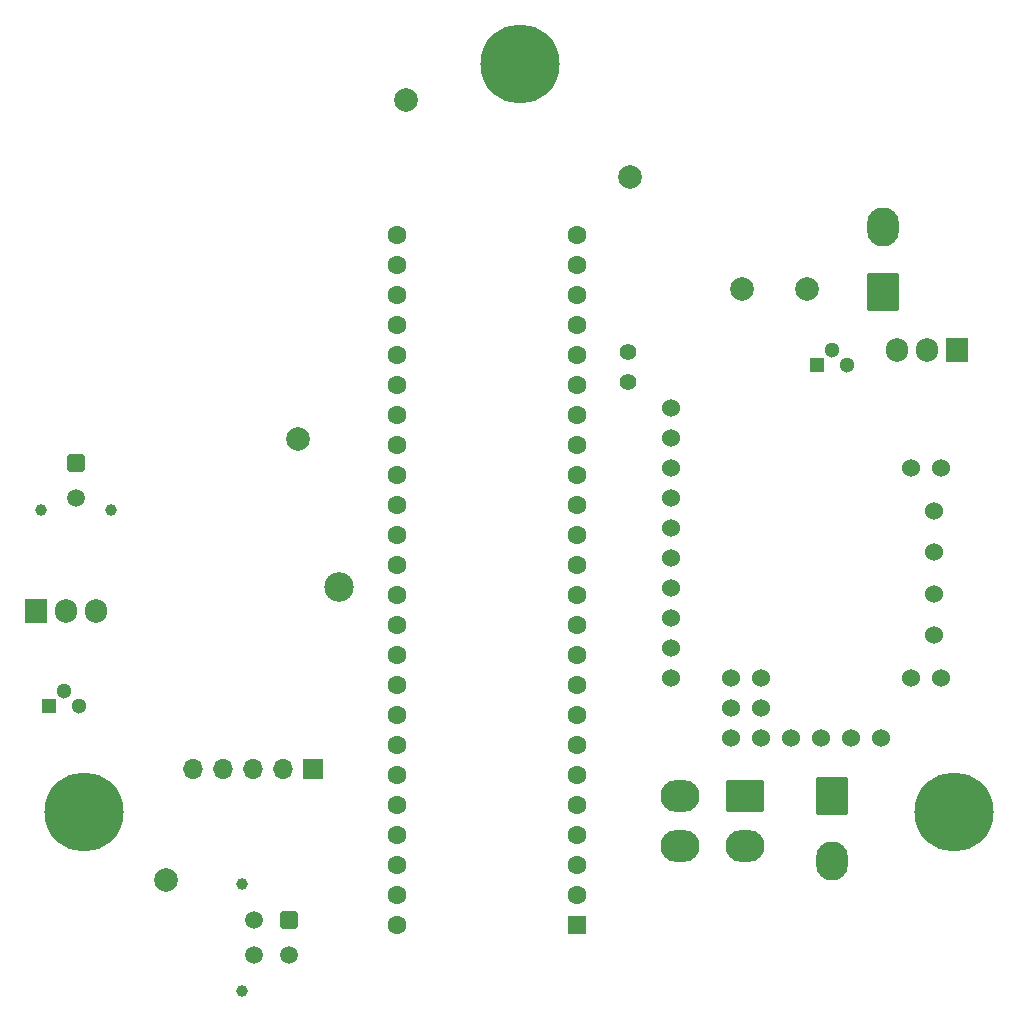
<source format=gbr>
%TF.GenerationSoftware,KiCad,Pcbnew,7.0.6*%
%TF.CreationDate,2024-04-16T16:57:35+10:00*%
%TF.ProjectId,Rocketry_Payload_Main_DDR_Spec_V2,526f636b-6574-4727-995f-5061796c6f61,rev?*%
%TF.SameCoordinates,Original*%
%TF.FileFunction,Soldermask,Bot*%
%TF.FilePolarity,Negative*%
%FSLAX46Y46*%
G04 Gerber Fmt 4.6, Leading zero omitted, Abs format (unit mm)*
G04 Created by KiCad (PCBNEW 7.0.6) date 2024-04-16 16:57:35*
%MOMM*%
%LPD*%
G01*
G04 APERTURE LIST*
G04 Aperture macros list*
%AMRoundRect*
0 Rectangle with rounded corners*
0 $1 Rounding radius*
0 $2 $3 $4 $5 $6 $7 $8 $9 X,Y pos of 4 corners*
0 Add a 4 corners polygon primitive as box body*
4,1,4,$2,$3,$4,$5,$6,$7,$8,$9,$2,$3,0*
0 Add four circle primitives for the rounded corners*
1,1,$1+$1,$2,$3*
1,1,$1+$1,$4,$5*
1,1,$1+$1,$6,$7*
1,1,$1+$1,$8,$9*
0 Add four rect primitives between the rounded corners*
20,1,$1+$1,$2,$3,$4,$5,0*
20,1,$1+$1,$4,$5,$6,$7,0*
20,1,$1+$1,$6,$7,$8,$9,0*
20,1,$1+$1,$8,$9,$2,$3,0*%
G04 Aperture macros list end*
%ADD10C,2.000000*%
%ADD11C,6.700000*%
%ADD12RoundRect,0.250001X-1.399999X1.099999X-1.399999X-1.099999X1.399999X-1.099999X1.399999X1.099999X0*%
%ADD13O,3.300000X2.700000*%
%ADD14C,1.000000*%
%ADD15RoundRect,0.250001X-0.499999X-0.499999X0.499999X-0.499999X0.499999X0.499999X-0.499999X0.499999X0*%
%ADD16C,1.500000*%
%ADD17C,1.400000*%
%ADD18RoundRect,0.250001X-0.499999X0.499999X-0.499999X-0.499999X0.499999X-0.499999X0.499999X0.499999X0*%
%ADD19R,1.300000X1.300000*%
%ADD20C,1.300000*%
%ADD21R,1.600000X1.600000*%
%ADD22C,1.600000*%
%ADD23RoundRect,0.250001X1.099999X1.399999X-1.099999X1.399999X-1.099999X-1.399999X1.099999X-1.399999X0*%
%ADD24O,2.700000X3.300000*%
%ADD25C,2.500000*%
%ADD26RoundRect,0.250001X-1.099999X-1.399999X1.099999X-1.399999X1.099999X1.399999X-1.099999X1.399999X0*%
%ADD27R,1.905000X2.000000*%
%ADD28O,1.905000X2.000000*%
%ADD29R,1.700000X1.700000*%
%ADD30O,1.700000X1.700000*%
%ADD31C,1.524000*%
G04 APERTURE END LIST*
D10*
%TO.C,TP3*%
X172593000Y-69596000D03*
%TD*%
%TO.C,TP4*%
X167132000Y-69596000D03*
%TD*%
%TO.C,TP3*%
X129540000Y-82296000D03*
%TD*%
%TO.C,TP2*%
X118364000Y-119634000D03*
%TD*%
D11*
%TO.C,REF\u002A\u002A*%
X111461000Y-113916000D03*
%TD*%
D12*
%TO.C,J2*%
X167386000Y-112522000D03*
D13*
X167386000Y-116722000D03*
X161886000Y-112522000D03*
X161886000Y-116722000D03*
%TD*%
D10*
%TO.C,TP6*%
X138684000Y-53594000D03*
%TD*%
D14*
%TO.C,J1*%
X107744000Y-88268000D03*
X113744000Y-88268000D03*
D15*
X110744000Y-84328000D03*
D16*
X110744000Y-87328000D03*
%TD*%
D17*
%TO.C,SJ2*%
X157480000Y-77450000D03*
X157480000Y-74910000D03*
%TD*%
D14*
%TO.C,U4*%
X124838000Y-120015000D03*
X124838000Y-129015000D03*
D18*
X128778000Y-123015000D03*
D16*
X128778000Y-126015000D03*
X125778000Y-123015000D03*
X125778000Y-126015000D03*
%TD*%
D19*
%TO.C,Q4*%
X173482000Y-76052000D03*
D20*
X174752000Y-74782000D03*
X176022000Y-76052000D03*
%TD*%
D21*
%TO.C,U2*%
X153162000Y-123444000D03*
D22*
X153162000Y-120904000D03*
X153162000Y-118364000D03*
X153162000Y-115824000D03*
X153162000Y-113284000D03*
X153162000Y-110744000D03*
X153162000Y-108204000D03*
X153162000Y-105664000D03*
X153162000Y-103124000D03*
X153162000Y-100584000D03*
X153162000Y-98044000D03*
X153162000Y-95504000D03*
X153162000Y-92964000D03*
X153162000Y-90424000D03*
X153162000Y-87884000D03*
X153162000Y-85344000D03*
X153162000Y-82804000D03*
X153162000Y-80264000D03*
X153162000Y-77724000D03*
X153162000Y-75184000D03*
X153162000Y-72644000D03*
X153162000Y-70104000D03*
X153162000Y-67564000D03*
X153162000Y-65024000D03*
X137922000Y-65024000D03*
X137922000Y-67564000D03*
X137922000Y-70104000D03*
X137922000Y-72644000D03*
X137922000Y-75184000D03*
X137922000Y-77724000D03*
X137922000Y-80264000D03*
X137922000Y-82804000D03*
X137922000Y-85344000D03*
X137922000Y-87884000D03*
X137922000Y-90424000D03*
X137922000Y-92964000D03*
X137922000Y-95504000D03*
X137922000Y-98044000D03*
X137922000Y-100584000D03*
X137922000Y-103124000D03*
X137922000Y-105664000D03*
X137922000Y-108204000D03*
X137922000Y-110744000D03*
X137922000Y-113284000D03*
X137922000Y-115824000D03*
X137922000Y-118364000D03*
X137922000Y-120904000D03*
X137922000Y-123444000D03*
%TD*%
D11*
%TO.C,REF\u002A\u002A*%
X148336000Y-50536497D03*
%TD*%
D23*
%TO.C,COMMISIONING_PWR1*%
X179070000Y-69850000D03*
D24*
X179070000Y-64350000D03*
%TD*%
D25*
%TO.C,REF\u002A\u002A*%
X132969000Y-94869000D03*
%TD*%
D26*
%TO.C,J3*%
X174752000Y-112522000D03*
D24*
X174752000Y-118022000D03*
%TD*%
D10*
%TO.C,TP5*%
X157632400Y-60096400D03*
%TD*%
D27*
%TO.C,Q1*%
X185293000Y-74803000D03*
D28*
X182753000Y-74803000D03*
X180213000Y-74803000D03*
%TD*%
D29*
%TO.C,U6*%
X130810000Y-110236000D03*
D30*
X128270000Y-110236000D03*
X125730000Y-110236000D03*
X123190000Y-110236000D03*
X120650000Y-110236000D03*
%TD*%
D11*
%TO.C,REF\u002A\u002A*%
X185121000Y-113916000D03*
%TD*%
D19*
%TO.C,Q6*%
X108458000Y-104902000D03*
D20*
X109728000Y-103632000D03*
X110998000Y-104902000D03*
%TD*%
D31*
%TO.C,U5*%
X161116000Y-79656000D03*
X161136000Y-82196000D03*
X161136000Y-84736000D03*
X161136000Y-87276000D03*
X161136000Y-89816000D03*
X161136000Y-92356000D03*
X161136000Y-94896000D03*
X161136000Y-97436000D03*
X161136000Y-99976000D03*
X161136000Y-102516000D03*
X168756000Y-102516000D03*
X166216000Y-107596000D03*
X171296000Y-107596000D03*
X173836000Y-107596000D03*
X176376000Y-107596000D03*
X178916000Y-107596000D03*
X166216000Y-105056000D03*
X168756000Y-105056000D03*
X166216000Y-102516000D03*
X168756000Y-107596000D03*
X183996000Y-102516000D03*
X181456000Y-102516000D03*
X183996000Y-84736000D03*
X181456000Y-84736000D03*
X183361000Y-88368200D03*
X183361000Y-91873400D03*
X183361000Y-95404000D03*
X183361000Y-98883800D03*
%TD*%
D27*
%TO.C,Q2*%
X107315000Y-96901000D03*
D28*
X109855000Y-96901000D03*
X112395000Y-96901000D03*
%TD*%
M02*

</source>
